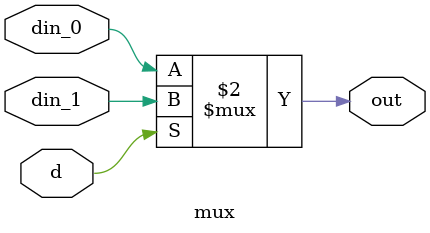
<source format=v>
module  mux(din_0, din_1 , d, out);

    input din_0, din_1, d;
    output reg out;

    always @ ( * ) begin
      out <= (d) ? din_1 : din_0;
    end

endmodule

</source>
